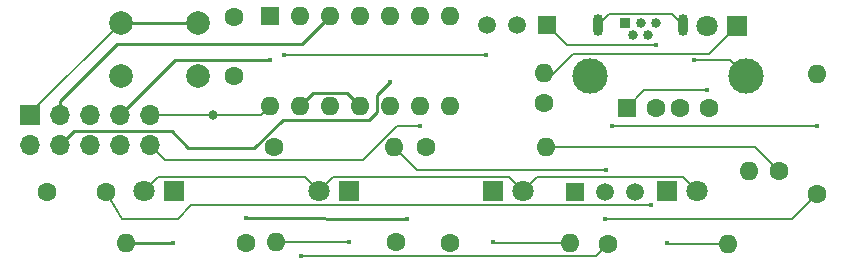
<source format=gbr>
%TF.GenerationSoftware,KiCad,Pcbnew,(6.0.1)*%
%TF.CreationDate,2023-11-21T01:19:50-08:00*%
%TF.ProjectId,BonkDaddyBoard,426f6e6b-4461-4646-9479-426f6172642e,1.2*%
%TF.SameCoordinates,Original*%
%TF.FileFunction,Copper,L2,Bot*%
%TF.FilePolarity,Positive*%
%FSLAX46Y46*%
G04 Gerber Fmt 4.6, Leading zero omitted, Abs format (unit mm)*
G04 Created by KiCad (PCBNEW (6.0.1)) date 2023-11-21 01:19:50*
%MOMM*%
%LPD*%
G01*
G04 APERTURE LIST*
%TA.AperFunction,ComponentPad*%
%ADD10C,1.600000*%
%TD*%
%TA.AperFunction,ComponentPad*%
%ADD11R,0.840000X0.840000*%
%TD*%
%TA.AperFunction,ComponentPad*%
%ADD12C,0.840000*%
%TD*%
%TA.AperFunction,ComponentPad*%
%ADD13O,0.850000X1.850000*%
%TD*%
%TA.AperFunction,ComponentPad*%
%ADD14C,2.000000*%
%TD*%
%TA.AperFunction,ComponentPad*%
%ADD15R,1.800000X1.800000*%
%TD*%
%TA.AperFunction,ComponentPad*%
%ADD16C,1.800000*%
%TD*%
%TA.AperFunction,ComponentPad*%
%ADD17R,1.600000X1.500000*%
%TD*%
%TA.AperFunction,ComponentPad*%
%ADD18C,3.000000*%
%TD*%
%TA.AperFunction,ComponentPad*%
%ADD19R,1.700000X1.700000*%
%TD*%
%TA.AperFunction,ComponentPad*%
%ADD20O,1.700000X1.700000*%
%TD*%
%TA.AperFunction,ComponentPad*%
%ADD21O,1.600000X1.600000*%
%TD*%
%TA.AperFunction,ComponentPad*%
%ADD22R,1.500000X1.500000*%
%TD*%
%TA.AperFunction,ComponentPad*%
%ADD23C,1.500000*%
%TD*%
%TA.AperFunction,ComponentPad*%
%ADD24R,1.600000X1.600000*%
%TD*%
%TA.AperFunction,ViaPad*%
%ADD25C,0.800000*%
%TD*%
%TA.AperFunction,ViaPad*%
%ADD26C,0.400000*%
%TD*%
%TA.AperFunction,Conductor*%
%ADD27C,0.200000*%
%TD*%
%TA.AperFunction,Conductor*%
%ADD28C,0.250000*%
%TD*%
G04 APERTURE END LIST*
D10*
%TO.P,C3,1*%
%TO.N,+12V*%
X58750000Y-66850000D03*
%TO.P,C3,2*%
%TO.N,GND*%
X53750000Y-66850000D03*
%TD*%
D11*
%TO.P,J2,1,VBUS*%
%TO.N,Net-(J2-Pad1)*%
X102700000Y-52500000D03*
D12*
%TO.P,J2,2,D-*%
%TO.N,Net-(J2-Pad2)*%
X103350000Y-53500000D03*
%TO.P,J2,3,D+*%
%TO.N,Net-(J2-Pad3)*%
X104000000Y-52500000D03*
%TO.P,J2,4,ID*%
%TO.N,unconnected-(J2-Pad4)*%
X104650000Y-53500000D03*
%TO.P,J2,5,GND*%
%TO.N,GND*%
X105300000Y-52500000D03*
D13*
%TO.P,J2,6,Shield*%
%TO.N,Net-(J2-Pad6)*%
X100425000Y-52720000D03*
X107575000Y-52720000D03*
%TD*%
D14*
%TO.P,SW1,1,1*%
%TO.N,Net-(J1-Pad1)*%
X66500000Y-52500000D03*
X60000000Y-52500000D03*
%TO.P,SW1,2,2*%
%TO.N,GND*%
X60000000Y-57000000D03*
X66500000Y-57000000D03*
%TD*%
D15*
%TO.P,D1,1,K*%
%TO.N,Net-(D1-Pad1)*%
X106280000Y-66750000D03*
D16*
%TO.P,D1,2,A*%
%TO.N,+3V3*%
X108820000Y-66750000D03*
%TD*%
D15*
%TO.P,D2,1,K*%
%TO.N,Net-(D2-Pad1)*%
X112200000Y-52750000D03*
D16*
%TO.P,D2,2,A*%
%TO.N,Net-(D2-Pad2)*%
X109660000Y-52750000D03*
%TD*%
D15*
%TO.P,D3,1,K*%
%TO.N,Net-(D3-Pad1)*%
X91510000Y-66750000D03*
D16*
%TO.P,D3,2,A*%
%TO.N,+3V3*%
X94050000Y-66750000D03*
%TD*%
D15*
%TO.P,D5,1,K*%
%TO.N,Net-(D5-Pad1)*%
X79290000Y-66750000D03*
D16*
%TO.P,D5,2,A*%
%TO.N,+3V3*%
X76750000Y-66750000D03*
%TD*%
D15*
%TO.P,D4,1,K*%
%TO.N,Net-(D4-Pad1)*%
X64520000Y-66750000D03*
D16*
%TO.P,D4,2,A*%
%TO.N,+3V3*%
X61980000Y-66750000D03*
%TD*%
D17*
%TO.P,J3,1,VBUS*%
%TO.N,Net-(D2-Pad2)*%
X102825000Y-59695000D03*
D10*
%TO.P,J3,2,D-*%
%TO.N,Net-(J2-Pad2)*%
X105325000Y-59695000D03*
%TO.P,J3,3,D+*%
%TO.N,Net-(J2-Pad3)*%
X107325000Y-59695000D03*
%TO.P,J3,4,GND*%
%TO.N,GND*%
X109825000Y-59695000D03*
D18*
%TO.P,J3,5,Shield*%
%TO.N,Net-(J2-Pad6)*%
X112895000Y-56985000D03*
X99755000Y-56985000D03*
%TD*%
D19*
%TO.P,J1,1,Pin_1*%
%TO.N,Net-(J1-Pad1)*%
X52325000Y-60325000D03*
D20*
%TO.P,J1,2,Pin_2*%
%TO.N,GND*%
X52325000Y-62865000D03*
%TO.P,J1,3,Pin_3*%
%TO.N,Net-(J1-Pad3)*%
X54865000Y-60325000D03*
%TO.P,J1,4,Pin_4*%
%TO.N,Net-(J1-Pad4)*%
X54865000Y-62865000D03*
%TO.P,J1,5,Pin_5*%
%TO.N,+12V*%
X57405000Y-60325000D03*
%TO.P,J1,6,Pin_6*%
%TO.N,unconnected-(J1-Pad6)*%
X57405000Y-62865000D03*
%TO.P,J1,7,Pin_7*%
%TO.N,Net-(J1-Pad7)*%
X59945000Y-60325000D03*
%TO.P,J1,8,Pin_8*%
%TO.N,GND*%
X59945000Y-62865000D03*
%TO.P,J1,9,Pin_9*%
%TO.N,+3V3*%
X62485000Y-60325000D03*
%TO.P,J1,10,Pin_10*%
%TO.N,Net-(J1-Pad10)*%
X62485000Y-62865000D03*
%TD*%
D10*
%TO.P,R1,1*%
%TO.N,Net-(R1-Pad1)*%
X101245000Y-71225000D03*
D21*
%TO.P,R1,2*%
%TO.N,Net-(D1-Pad1)*%
X111405000Y-71225000D03*
%TD*%
D10*
%TO.P,R2,1*%
%TO.N,Net-(R2-Pad1)*%
X70580000Y-71175000D03*
D21*
%TO.P,R2,2*%
%TO.N,Net-(D4-Pad1)*%
X60420000Y-71175000D03*
%TD*%
D10*
%TO.P,R3,1*%
%TO.N,GND*%
X95800000Y-59320000D03*
D21*
%TO.P,R3,2*%
%TO.N,Net-(D2-Pad1)*%
X95800000Y-56780000D03*
%TD*%
D10*
%TO.P,R4,1*%
%TO.N,Net-(R4-Pad1)*%
X87895000Y-71175000D03*
D21*
%TO.P,R4,2*%
%TO.N,Net-(D3-Pad1)*%
X98055000Y-71175000D03*
%TD*%
D10*
%TO.P,R5,1*%
%TO.N,Net-(R5-Pad1)*%
X83255000Y-71075000D03*
D21*
%TO.P,R5,2*%
%TO.N,Net-(D5-Pad1)*%
X73095000Y-71075000D03*
%TD*%
D10*
%TO.P,R6,1*%
%TO.N,GND*%
X85845000Y-63000000D03*
D21*
%TO.P,R6,2*%
%TO.N,Net-(Q3-Pad2)*%
X96005000Y-63000000D03*
%TD*%
D10*
%TO.P,R8,1*%
%TO.N,Net-(Q4-Pad2)*%
X118975000Y-67005000D03*
D21*
%TO.P,R8,2*%
%TO.N,Net-(J2-Pad1)*%
X118975000Y-56845000D03*
%TD*%
D10*
%TO.P,R9,1*%
%TO.N,Net-(Q3-Pad3)*%
X73000000Y-63000000D03*
D21*
%TO.P,R9,2*%
%TO.N,Net-(Q4-Pad2)*%
X83160000Y-63000000D03*
%TD*%
D10*
%TO.P,C1,1*%
%TO.N,+3V3*%
X69600000Y-52025000D03*
%TO.P,C1,2*%
%TO.N,GND*%
X69600000Y-57025000D03*
%TD*%
%TO.P,R7,1*%
%TO.N,Net-(Q3-Pad2)*%
X115700000Y-65050000D03*
D21*
%TO.P,R7,2*%
%TO.N,+12V*%
X113160000Y-65050000D03*
%TD*%
D22*
%TO.P,Q3,1,S*%
%TO.N,GND*%
X96050000Y-52675000D03*
D23*
%TO.P,Q3,2,G*%
%TO.N,Net-(Q3-Pad2)*%
X93510000Y-52675000D03*
%TO.P,Q3,3,D*%
%TO.N,Net-(Q3-Pad3)*%
X90970000Y-52675000D03*
%TD*%
D24*
%TO.P,U1,1*%
%TO.N,Net-(J1-Pad7)*%
X72635000Y-51930000D03*
D21*
%TO.P,U1,2*%
%TO.N,Net-(R1-Pad1)*%
X75175000Y-51930000D03*
%TO.P,U1,3*%
%TO.N,Net-(J1-Pad3)*%
X77715000Y-51930000D03*
%TO.P,U1,4*%
%TO.N,Net-(R5-Pad1)*%
X80255000Y-51930000D03*
%TO.P,U1,5*%
%TO.N,Net-(J1-Pad4)*%
X82795000Y-51930000D03*
%TO.P,U1,6*%
%TO.N,Net-(R2-Pad1)*%
X85335000Y-51930000D03*
%TO.P,U1,7,GND*%
%TO.N,GND*%
X87875000Y-51930000D03*
%TO.P,U1,8*%
%TO.N,Net-(R4-Pad1)*%
X87875000Y-59550000D03*
%TO.P,U1,9*%
%TO.N,Net-(J1-Pad10)*%
X85335000Y-59550000D03*
%TO.P,U1,10*%
%TO.N,unconnected-(U1-Pad10)*%
X82795000Y-59550000D03*
%TO.P,U1,11*%
%TO.N,GND*%
X80255000Y-59550000D03*
%TO.P,U1,12*%
%TO.N,unconnected-(U1-Pad12)*%
X77715000Y-59550000D03*
%TO.P,U1,13*%
%TO.N,GND*%
X75175000Y-59550000D03*
%TO.P,U1,14,VCC*%
%TO.N,+3V3*%
X72635000Y-59550000D03*
%TD*%
D22*
%TO.P,Q4,1,E*%
%TO.N,Net-(J2-Pad1)*%
X98460000Y-66835000D03*
D23*
%TO.P,Q4,2,B*%
%TO.N,Net-(Q4-Pad2)*%
X101000000Y-66835000D03*
%TO.P,Q4,3,C*%
%TO.N,Net-(D2-Pad2)*%
X103540000Y-66835000D03*
%TD*%
D25*
%TO.N,+3V3*%
X67799511Y-60300489D03*
D26*
%TO.N,Net-(J2-Pad1)*%
X101554511Y-61220489D03*
X118945489Y-61220489D03*
%TO.N,Net-(J2-Pad6)*%
X108500000Y-55675000D03*
%TO.N,+12V*%
X104849511Y-67949511D03*
%TO.N,GND*%
X105300000Y-54375000D03*
%TO.N,Net-(D1-Pad1)*%
X106280000Y-71170000D03*
%TO.N,Net-(D4-Pad1)*%
X64400000Y-71175000D03*
%TO.N,Net-(D2-Pad2)*%
X109650489Y-58199511D03*
%TO.N,Net-(J1-Pad7)*%
X72614511Y-55675489D03*
%TO.N,Net-(D5-Pad1)*%
X79300000Y-71075000D03*
%TO.N,Net-(D3-Pad1)*%
X91510000Y-71065000D03*
%TO.N,Net-(J1-Pad10)*%
X85320000Y-61250000D03*
%TO.N,Net-(J1-Pad4)*%
X82760000Y-57510000D03*
%TO.N,Net-(R1-Pad1)*%
X75274511Y-72274511D03*
%TO.N,Net-(R2-Pad1)*%
X84250000Y-69075000D03*
X70600000Y-69070000D03*
%TO.N,Net-(Q3-Pad3)*%
X73799999Y-55225001D03*
X90950000Y-55225000D03*
%TO.N,Net-(Q4-Pad2)*%
X101075000Y-64950000D03*
X101000000Y-69150000D03*
%TD*%
D27*
%TO.N,+12V*%
X60075113Y-69110000D02*
X58750000Y-66850000D01*
X65969511Y-67949511D02*
X64809022Y-69110000D01*
X104849511Y-67949511D02*
X65969511Y-67949511D01*
X64809022Y-69110000D02*
X60075113Y-69110000D01*
%TO.N,+3V3*%
X71860000Y-60325000D02*
X72635000Y-59550000D01*
X62485000Y-60325000D02*
X71860000Y-60325000D01*
%TO.N,Net-(J2-Pad1)*%
X101554511Y-61220489D02*
X118945489Y-61220489D01*
%TO.N,Net-(J2-Pad6)*%
X106635489Y-51780489D02*
X107575000Y-52720000D01*
X100425000Y-52720000D02*
X101364511Y-51780489D01*
X112895000Y-56985000D02*
X111585000Y-55675000D01*
X111585000Y-55675000D02*
X108500000Y-55675000D01*
X101364511Y-51780489D02*
X106635489Y-51780489D01*
D28*
%TO.N,Net-(J1-Pad1)*%
X60000000Y-52500000D02*
X66500000Y-52500000D01*
D27*
X52325000Y-60175000D02*
X60000000Y-52500000D01*
X52325000Y-60325000D02*
X52325000Y-60175000D01*
D28*
%TO.N,GND*%
X75175000Y-59550000D02*
X76299511Y-58425489D01*
D27*
X96050000Y-52675000D02*
X97750000Y-54375000D01*
D28*
X76299511Y-58425489D02*
X79130489Y-58425489D01*
X79130489Y-58425489D02*
X80255000Y-59550000D01*
D27*
X97750000Y-54375000D02*
X105300000Y-54375000D01*
%TO.N,Net-(D1-Pad1)*%
X106335000Y-71225000D02*
X106280000Y-71170000D01*
X111405000Y-71225000D02*
X106335000Y-71225000D01*
D28*
%TO.N,Net-(D4-Pad1)*%
X60420000Y-71175000D02*
X64400000Y-71175000D01*
D27*
%TO.N,Net-(D2-Pad2)*%
X104320489Y-58199511D02*
X109650489Y-58199511D01*
X102825000Y-59695000D02*
X104320489Y-58199511D01*
%TO.N,Net-(D2-Pad1)*%
X98239511Y-55175489D02*
X109774511Y-55175489D01*
X109774511Y-55175489D02*
X112200000Y-52750000D01*
X96365000Y-57050000D02*
X98239511Y-55175489D01*
D28*
%TO.N,Net-(J1-Pad7)*%
X59945000Y-60325000D02*
X64594511Y-55675489D01*
X64594511Y-55675489D02*
X72614511Y-55675489D01*
D27*
%TO.N,Net-(D5-Pad1)*%
X73095000Y-71075000D02*
X79300000Y-71075000D01*
%TO.N,Net-(D3-Pad1)*%
X98055000Y-71175000D02*
X91620000Y-71175000D01*
X91620000Y-71175000D02*
X91510000Y-71065000D01*
D28*
%TO.N,Net-(J1-Pad3)*%
X54865000Y-60325000D02*
X54865000Y-59122919D01*
X54865000Y-59122919D02*
X59707919Y-54280000D01*
X75365000Y-54280000D02*
X77715000Y-51930000D01*
X59707919Y-54280000D02*
X75365000Y-54280000D01*
D27*
%TO.N,Net-(J1-Pad10)*%
X63719511Y-64099511D02*
X80505545Y-64099511D01*
X83355056Y-61250000D02*
X85320000Y-61250000D01*
X62485000Y-62865000D02*
X63719511Y-64099511D01*
X80505545Y-64099511D02*
X83355056Y-61250000D01*
D28*
%TO.N,Net-(J1-Pad4)*%
X54865000Y-62865000D02*
X56039511Y-61690489D01*
X65710000Y-63104511D02*
X71305189Y-63104511D01*
X81670489Y-58599511D02*
X82760000Y-57510000D01*
X64295978Y-61690489D02*
X65710000Y-63104511D01*
X80976278Y-60710000D02*
X81670489Y-60015789D01*
X56039511Y-61690489D02*
X64295978Y-61690489D01*
X81670489Y-60015789D02*
X81670489Y-58599511D01*
X71305189Y-63104511D02*
X73699700Y-60710000D01*
X73699700Y-60710000D02*
X80976278Y-60710000D01*
D27*
%TO.N,Net-(R1-Pad1)*%
X100195489Y-72274511D02*
X75574511Y-72274511D01*
X75574511Y-72274511D02*
X75274511Y-72274511D01*
X101245000Y-71225000D02*
X100195489Y-72274511D01*
D28*
%TO.N,Net-(R2-Pad1)*%
X70600000Y-69070000D02*
X84250000Y-69075000D01*
D27*
%TO.N,+3V3*%
X94050000Y-66750000D02*
X95249511Y-65550489D01*
X107620489Y-65550489D02*
X108820000Y-66750000D01*
X75550489Y-65550489D02*
X76750000Y-66750000D01*
X95249511Y-65550489D02*
X107620489Y-65550489D01*
X61980000Y-66750000D02*
X63179511Y-65550489D01*
X63179511Y-65550489D02*
X75550489Y-65550489D01*
X76750000Y-66750000D02*
X77949511Y-65550489D01*
X92850489Y-65550489D02*
X94050000Y-66750000D01*
X77949511Y-65550489D02*
X92850489Y-65550489D01*
%TO.N,Net-(Q3-Pad2)*%
X113650000Y-63000000D02*
X115700000Y-65050000D01*
X96005000Y-63000000D02*
X113650000Y-63000000D01*
%TO.N,Net-(Q3-Pad3)*%
X73799999Y-55225001D02*
X90925000Y-55225000D01*
%TO.N,Net-(Q4-Pad2)*%
X101000000Y-69150000D02*
X116830000Y-69150000D01*
X116830000Y-69150000D02*
X118975000Y-67005000D01*
X85110000Y-64950000D02*
X101075000Y-64950000D01*
X83160000Y-63000000D02*
X85110000Y-64950000D01*
%TD*%
M02*

</source>
